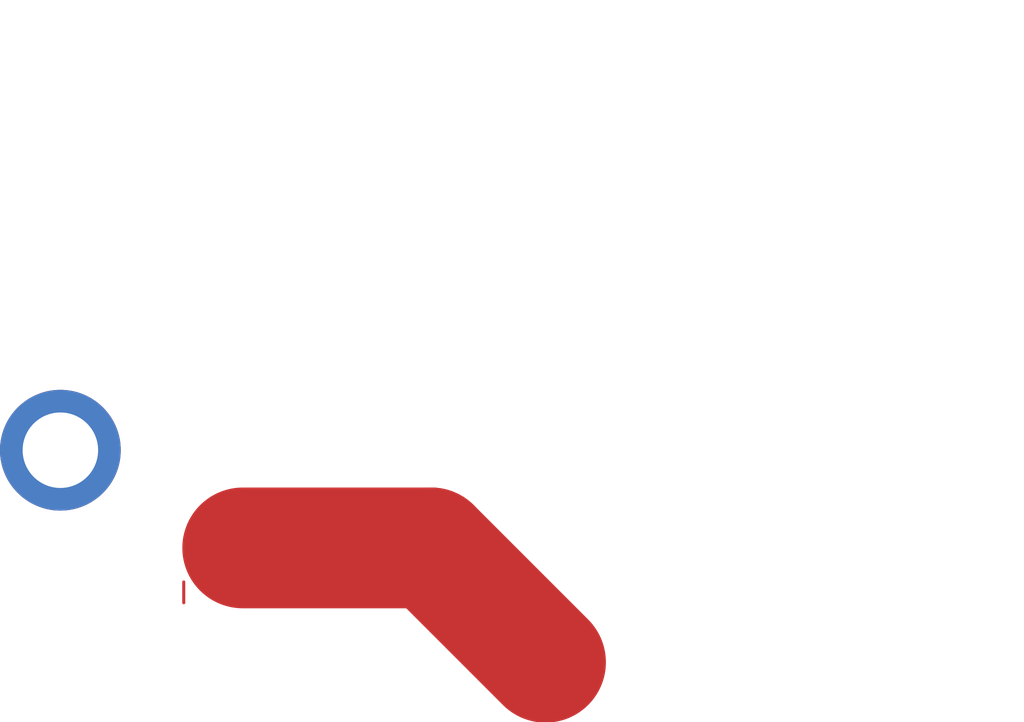
<source format=kicad_pcb>
(kicad_pcb (version 4) (host pcbnew "(after 2015-may-01 BZR unknown)-product")

  (general
    (links 0)
    (no_connects 0)
    (area 60.143 125.153 103.727 144.827)
    (thickness 1.6)
    (drawings 0)
    (tracks 2)
    (zones 0)
    (modules 1)
    (nets 1)
  )

  (page A4)
  (layers
    (0 F.Cu signal)
    (1 In1.Cu signal hide)
    (2 In2.Cu signal hide)
    (31 B.Cu signal)
    (33 F.Adhes user)
    (35 F.Paste user)
    (37 F.SilkS user)
    (39 F.Mask user)
    (40 Dwgs.User user)
    (41 Cmts.User user)
    (42 Eco1.User user)
    (43 Eco2.User user)
    (44 Edge.Cuts user)
    (45 Margin user)
    (47 F.CrtYd user)
    (49 F.Fab user)
  )

  (setup
    (last_trace_width 0.635)
    (user_trace_width 0.19017)
    (user_trace_width 0.254)
    (user_trace_width 0.635)
    (user_trace_width 5.08)
    (trace_clearance 0.127)
    (zone_clearance 0.254)
    (zone_45_only yes)
    (trace_min 0.127)
    (segment_width 0.2)
    (edge_width 0.508)
    (via_size 0.4572)
    (via_drill 0.254)
    (via_min_size 0.4572)
    (via_min_drill 0.254)
    (user_via 0.635 0.4318)
    (uvia_size 0.4572)
    (uvia_drill 0.254)
    (uvias_allowed no)
    (uvia_min_size 0.4572)
    (uvia_min_drill 0.254)
    (pcb_text_width 0.3)
    (pcb_text_size 1.5 1.5)
    (mod_edge_width 0.15)
    (mod_text_size 1.5 1.5)
    (mod_text_width 0.15)
    (pad_size 0.127 1.004517)
    (pad_drill 0)
    (pad_to_mask_clearance 0)
    (pad_to_paste_clearance_ratio -0.15)
    (aux_axis_origin 0 0)
    (visible_elements FFFFFF7F)
    (pcbplotparams
      (layerselection 0x00030_80000001)
      (usegerberextensions false)
      (excludeedgelayer true)
      (linewidth 0.150000)
      (plotframeref false)
      (viasonmask false)
      (mode 1)
      (useauxorigin false)
      (hpglpennumber 1)
      (hpglpenspeed 20)
      (hpglpendiameter 15)
      (hpglpenoverlay 2)
      (psnegative false)
      (psa4output false)
      (plotreference true)
      (plotvalue true)
      (plotinvisibletext false)
      (padsonsilk false)
      (subtractmaskfromsilk false)
      (outputformat 1)
      (mirror false)
      (drillshape 1)
      (scaleselection 1)
      (outputdirectory ""))
  )

  (net 0 "")

  (net_class Default "This is the default net class."
    (clearance 0.127)
    (trace_width 0.25)
    (via_dia 0.4572)
    (via_drill 0.254)
    (uvia_dia 0.4572)
    (uvia_drill 0.254)
  )

  (module gen:xxx (layer F.Cu) (tedit 55559503) (tstamp 554A812F)
    (at 103.35 125.53)
    (path /530B7A40)
    (fp_text reference A1 (at -27.29 5.52 180) (layer F.SilkS) hide
      (effects (font (size 0.508 0.508) (thickness 0.0508)))
    )
    (fp_text value xxx (at -27.29 5.52 180) (layer F.Adhes) hide
      (effects (font (thickness 0.15)))
    )
    (pad "" thru_hole circle (at -40.3 18.69) (size 5.08 5.08) (drill 3.175) (layers *.Cu *.Mask))
    (pad 42 smd oval (at -35.11 24.67) (size 0.127 1.004517) (layers F.Cu))
  )

  (segment (start 70.72 148.33) (end 78.65 148.33) (width 5.08) (layer F.Cu) (net 0))
  (segment (start 78.65 148.33) (end 83.46 153.14) (width 5.08) (layer F.Cu) (net 0) (tstamp 555594BA))

)

</source>
